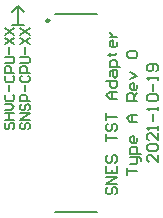
<source format=gto>
G04*
G04 #@! TF.GenerationSoftware,Altium Limited,Altium Designer,21.7.2 (23)*
G04*
G04 Layer_Color=65535*
%FSAX44Y44*%
%MOMM*%
G71*
G04*
G04 #@! TF.SameCoordinates,CF3CE134-0CDD-455B-BED0-1871B7D76FAE*
G04*
G04*
G04 #@! TF.FilePolarity,Positive*
G04*
G01*
G75*
%ADD10C,0.2500*%
%ADD11C,0.1524*%
%ADD12C,0.1500*%
D10*
X00809250Y00556750D02*
G03*
X00809250Y00556750I-00001250J00000000D01*
G01*
D11*
X00814250Y00562250D02*
X00849250D01*
X00814250Y00394750D02*
X00849250D01*
D12*
X00777575Y00564126D02*
X00782574Y00569125D01*
X00777574Y00552875D02*
X00787574D01*
X00782574D02*
Y00569125D01*
X00787574Y00564126D01*
X00772888Y00470082D02*
X00771556Y00468749D01*
Y00466083D01*
X00772888Y00464750D01*
X00774221D01*
X00775554Y00466083D01*
Y00468749D01*
X00776887Y00470082D01*
X00778220D01*
X00779553Y00468749D01*
Y00466083D01*
X00778220Y00464750D01*
X00771556Y00472747D02*
X00779553D01*
X00775554D01*
Y00478079D01*
X00771556D01*
X00779553D01*
X00771556Y00480745D02*
X00776887D01*
X00779553Y00483411D01*
X00776887Y00486077D01*
X00771556D01*
X00772888Y00494074D02*
X00771556Y00492741D01*
Y00490075D01*
X00772888Y00488742D01*
X00778220D01*
X00779553Y00490075D01*
Y00492741D01*
X00778220Y00494074D01*
X00775554Y00496740D02*
Y00502071D01*
X00772888Y00510069D02*
X00771556Y00508736D01*
Y00506070D01*
X00772888Y00504737D01*
X00778220D01*
X00779553Y00506070D01*
Y00508736D01*
X00778220Y00510069D01*
X00779553Y00512735D02*
X00771556D01*
Y00516733D01*
X00772888Y00518066D01*
X00775554D01*
X00776887Y00516733D01*
Y00512735D01*
X00771556Y00520732D02*
X00778220D01*
X00779553Y00522065D01*
Y00524731D01*
X00778220Y00526064D01*
X00771556D01*
X00775554Y00528729D02*
Y00534061D01*
X00771556Y00536727D02*
X00779553Y00542058D01*
X00771556D02*
X00779553Y00536727D01*
X00771556Y00544724D02*
X00779553Y00550056D01*
X00771556D02*
X00779553Y00544724D01*
X00786085Y00470082D02*
X00784753Y00468749D01*
Y00466083D01*
X00786085Y00464750D01*
X00787418D01*
X00788751Y00466083D01*
Y00468749D01*
X00790084Y00470082D01*
X00791417D01*
X00792750Y00468749D01*
Y00466083D01*
X00791417Y00464750D01*
X00792750Y00472747D02*
X00784753D01*
X00792750Y00478079D01*
X00784753D01*
X00786085Y00486077D02*
X00784753Y00484744D01*
Y00482078D01*
X00786085Y00480745D01*
X00787418D01*
X00788751Y00482078D01*
Y00484744D01*
X00790084Y00486077D01*
X00791417D01*
X00792750Y00484744D01*
Y00482078D01*
X00791417Y00480745D01*
X00792750Y00488742D02*
X00784753D01*
Y00492741D01*
X00786085Y00494074D01*
X00788751D01*
X00790084Y00492741D01*
Y00488742D01*
X00788751Y00496740D02*
Y00502071D01*
X00786085Y00510069D02*
X00784753Y00508736D01*
Y00506070D01*
X00786085Y00504737D01*
X00791417D01*
X00792750Y00506070D01*
Y00508736D01*
X00791417Y00510069D01*
X00792750Y00512735D02*
X00784753D01*
Y00516733D01*
X00786085Y00518066D01*
X00788751D01*
X00790084Y00516733D01*
Y00512735D01*
X00784753Y00520732D02*
X00791417D01*
X00792750Y00522065D01*
Y00524731D01*
X00791417Y00526064D01*
X00784753D01*
X00788751Y00528729D02*
Y00534061D01*
X00784753Y00536727D02*
X00792750Y00542058D01*
X00784753D02*
X00792750Y00536727D01*
X00784753Y00544724D02*
X00792750Y00550056D01*
X00784753D02*
X00792750Y00544724D01*
X00858962Y00415520D02*
X00857462Y00414021D01*
Y00411022D01*
X00858962Y00409522D01*
X00860461D01*
X00861961Y00411022D01*
Y00414021D01*
X00863460Y00415520D01*
X00864960D01*
X00866459Y00414021D01*
Y00411022D01*
X00864960Y00409522D01*
X00866459Y00418519D02*
X00857462D01*
X00866459Y00424518D01*
X00857462D01*
Y00433515D02*
Y00427517D01*
X00866459D01*
Y00433515D01*
X00861961Y00427517D02*
Y00430516D01*
X00858962Y00442512D02*
X00857462Y00441012D01*
Y00438013D01*
X00858962Y00436514D01*
X00860461D01*
X00861961Y00438013D01*
Y00441012D01*
X00863460Y00442512D01*
X00864960D01*
X00866459Y00441012D01*
Y00438013D01*
X00864960Y00436514D01*
X00857462Y00454508D02*
Y00460506D01*
Y00457507D01*
X00866459D01*
X00858962Y00469503D02*
X00857462Y00468003D01*
Y00465004D01*
X00858962Y00463505D01*
X00860461D01*
X00861961Y00465004D01*
Y00468003D01*
X00863460Y00469503D01*
X00864960D01*
X00866459Y00468003D01*
Y00465004D01*
X00864960Y00463505D01*
X00857462Y00472502D02*
Y00478500D01*
Y00475501D01*
X00866459D01*
Y00490496D02*
X00860461D01*
X00857462Y00493495D01*
X00860461Y00496494D01*
X00866459D01*
X00861961D01*
Y00490496D01*
X00857462Y00505491D02*
X00866459D01*
Y00500993D01*
X00864960Y00499493D01*
X00861961D01*
X00860461Y00500993D01*
Y00505491D01*
Y00509990D02*
Y00512989D01*
X00861961Y00514488D01*
X00866459D01*
Y00509990D01*
X00864960Y00508490D01*
X00863460Y00509990D01*
Y00514488D01*
X00869458Y00517487D02*
X00860461D01*
Y00521986D01*
X00861961Y00523485D01*
X00864960D01*
X00866459Y00521986D01*
Y00517487D01*
X00858962Y00527984D02*
X00860461D01*
Y00526484D01*
Y00529483D01*
Y00527984D01*
X00864960D01*
X00866459Y00529483D01*
Y00538481D02*
Y00535482D01*
X00864960Y00533982D01*
X00861961D01*
X00860461Y00535482D01*
Y00538481D01*
X00861961Y00539980D01*
X00863460D01*
Y00533982D01*
X00860461Y00542979D02*
X00866459D01*
X00863460D01*
X00861961Y00544479D01*
X00860461Y00545978D01*
Y00547478D01*
X00874857Y00426017D02*
Y00432015D01*
Y00429016D01*
X00883855D01*
X00877857Y00435014D02*
X00882355D01*
X00883855Y00436514D01*
Y00441012D01*
X00885354D01*
X00886854Y00439513D01*
Y00438013D01*
X00883855Y00441012D02*
X00877857D01*
X00886854Y00444011D02*
X00877857D01*
Y00448510D01*
X00879356Y00450009D01*
X00882355D01*
X00883855Y00448510D01*
Y00444011D01*
Y00457507D02*
Y00454508D01*
X00882355Y00453008D01*
X00879356D01*
X00877857Y00454508D01*
Y00457507D01*
X00879356Y00459006D01*
X00880856D01*
Y00453008D01*
X00883855Y00471002D02*
X00877857D01*
X00874857Y00474002D01*
X00877857Y00477001D01*
X00883855D01*
X00879356D01*
Y00471002D01*
X00883855Y00488997D02*
X00874857D01*
Y00493495D01*
X00876357Y00494995D01*
X00879356D01*
X00880856Y00493495D01*
Y00488997D01*
Y00491996D02*
X00883855Y00494995D01*
Y00502492D02*
Y00499493D01*
X00882355Y00497994D01*
X00879356D01*
X00877857Y00499493D01*
Y00502492D01*
X00879356Y00503992D01*
X00880856D01*
Y00497994D01*
X00877857Y00506991D02*
X00883855Y00509990D01*
X00877857Y00512989D01*
X00876357Y00524985D02*
X00874857Y00526484D01*
Y00529483D01*
X00876357Y00530983D01*
X00882355D01*
X00883855Y00529483D01*
Y00526484D01*
X00882355Y00524985D01*
X00876357D01*
X00901250Y00443261D02*
Y00437263D01*
X00895252Y00443261D01*
X00893753D01*
X00892253Y00441762D01*
Y00438763D01*
X00893753Y00437263D01*
Y00446260D02*
X00892253Y00447760D01*
Y00450759D01*
X00893753Y00452258D01*
X00899751D01*
X00901250Y00450759D01*
Y00447760D01*
X00899751Y00446260D01*
X00893753D01*
X00901250Y00461256D02*
Y00455257D01*
X00895252Y00461256D01*
X00893753D01*
X00892253Y00459756D01*
Y00456757D01*
X00893753Y00455257D01*
X00901250Y00464255D02*
Y00467254D01*
Y00465754D01*
X00892253D01*
X00893753Y00464255D01*
X00896751Y00471752D02*
Y00477750D01*
X00901250Y00480749D02*
Y00483748D01*
Y00482249D01*
X00892253D01*
X00893753Y00480749D01*
Y00488247D02*
X00892253Y00489746D01*
Y00492745D01*
X00893753Y00494245D01*
X00899751D01*
X00901250Y00492745D01*
Y00489746D01*
X00899751Y00488247D01*
X00893753D01*
X00896751Y00497244D02*
Y00503242D01*
X00901250Y00506241D02*
Y00509240D01*
Y00507741D01*
X00892253D01*
X00893753Y00506241D01*
X00899751Y00513739D02*
X00901250Y00515238D01*
Y00518237D01*
X00899751Y00519737D01*
X00893753D01*
X00892253Y00518237D01*
Y00515238D01*
X00893753Y00513739D01*
X00895252D01*
X00896751Y00515238D01*
Y00519737D01*
M02*

</source>
